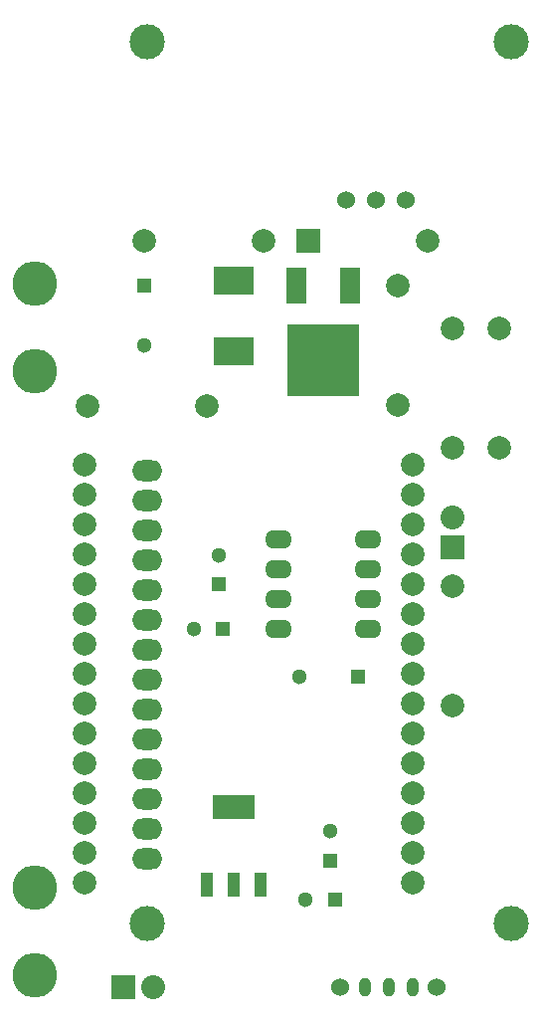
<source format=gts>
G04 #@! TF.FileFunction,Soldermask,Top*
%FSLAX46Y46*%
G04 Gerber Fmt 4.6, Leading zero omitted, Abs format (unit mm)*
G04 Created by KiCad (PCBNEW 4.0.2+dfsg1-stable) date Thu 25 May 2017 10:32:05 AM CEST*
%MOMM*%
G01*
G04 APERTURE LIST*
%ADD10C,0.100000*%
%ADD11C,1.998980*%
%ADD12C,2.000000*%
%ADD13O,3.800000X3.800000*%
%ADD14R,1.300000X1.300000*%
%ADD15C,1.300000*%
%ADD16O,1.000000X1.600000*%
%ADD17C,1.524000*%
%ADD18O,2.300000X1.600000*%
%ADD19R,2.000000X2.000000*%
%ADD20R,3.657600X2.032000*%
%ADD21R,1.016000X2.032000*%
%ADD22R,2.032000X2.032000*%
%ADD23O,2.032000X2.032000*%
%ADD24R,1.651000X3.048000*%
%ADD25R,6.096000X6.096000*%
%ADD26R,3.500120X2.349500*%
%ADD27O,2.600000X1.800000*%
%ADD28C,3.000000*%
G04 APERTURE END LIST*
D10*
D11*
X163830000Y-60960000D03*
X163830000Y-50800000D03*
D12*
X165100000Y-66040000D03*
X165100000Y-68580000D03*
X165100000Y-71120000D03*
X165100000Y-73660000D03*
X165100000Y-76200000D03*
X165100000Y-78740000D03*
X165100000Y-81280000D03*
X165100000Y-83820000D03*
X165100000Y-86360000D03*
X165100000Y-88900000D03*
X165100000Y-91440000D03*
X165100000Y-93980000D03*
X165100000Y-96520000D03*
X165100000Y-99060000D03*
X165100000Y-101600000D03*
X137160000Y-101600000D03*
X137160000Y-99060000D03*
X137160000Y-96520000D03*
X137160000Y-93980000D03*
X137160000Y-91440000D03*
X137160000Y-88900000D03*
X137160000Y-86360000D03*
X137160000Y-83820000D03*
X137160000Y-81280000D03*
X137160000Y-78740000D03*
X137160000Y-76200000D03*
X137160000Y-73660000D03*
X137160000Y-71120000D03*
X137160000Y-68580000D03*
X137160000Y-66040000D03*
D11*
X168500000Y-64580000D03*
X168500000Y-54420000D03*
D13*
X133000000Y-50600000D03*
X133000000Y-58000000D03*
X133000000Y-109400000D03*
X133000000Y-102000000D03*
D14*
X160500000Y-84000000D03*
D15*
X155500000Y-84000000D03*
D11*
X172500000Y-54420000D03*
X172500000Y-64580000D03*
D16*
X163100000Y-110490000D03*
X161100000Y-110490000D03*
X165100000Y-110490000D03*
D17*
X167200000Y-110490000D03*
X159000000Y-110490000D03*
D18*
X153670000Y-72390000D03*
X153670000Y-74930000D03*
X153670000Y-77470000D03*
X153670000Y-80010000D03*
X161290000Y-80010000D03*
X161290000Y-77470000D03*
X161290000Y-74930000D03*
X161290000Y-72390000D03*
D12*
X166370000Y-46990000D03*
D19*
X156210000Y-46990000D03*
D11*
X142240000Y-46990000D03*
X152400000Y-46990000D03*
X147580000Y-61000000D03*
X137420000Y-61000000D03*
D20*
X149860000Y-95123000D03*
D21*
X149860000Y-101727000D03*
X152146000Y-101727000D03*
X147574000Y-101727000D03*
D22*
X140500000Y-110490000D03*
D23*
X143040000Y-110490000D03*
D22*
X168500000Y-73000000D03*
D23*
X168500000Y-70460000D03*
D24*
X159766000Y-50800000D03*
D25*
X157480000Y-57150000D03*
D24*
X155194000Y-50800000D03*
D26*
X149860000Y-56365140D03*
X149860000Y-50314860D03*
D14*
X158500000Y-103000000D03*
D15*
X156000000Y-103000000D03*
D14*
X149000000Y-80000000D03*
D15*
X146500000Y-80000000D03*
D14*
X142240000Y-50800000D03*
D15*
X142240000Y-55800000D03*
D14*
X158115000Y-99695000D03*
D15*
X158115000Y-97195000D03*
D14*
X148590000Y-76200000D03*
D15*
X148590000Y-73700000D03*
D11*
X168500000Y-86500000D03*
X168500000Y-76340000D03*
D27*
X142500000Y-99500000D03*
X142500000Y-96960000D03*
X142500000Y-94420000D03*
X142500000Y-91880000D03*
X142500000Y-89340000D03*
X142500000Y-86800000D03*
X142500000Y-84260000D03*
X142500000Y-81720000D03*
X142500000Y-79180000D03*
X142500000Y-76640000D03*
X142500000Y-74100000D03*
X142500000Y-71560000D03*
X142500000Y-69020000D03*
X142500000Y-66480000D03*
D28*
X142500000Y-104999100D03*
X173500700Y-104999100D03*
X173500700Y-30000520D03*
X142500000Y-30000520D03*
D17*
X162000000Y-43500000D03*
X159460000Y-43500000D03*
X164540000Y-43500000D03*
M02*

</source>
